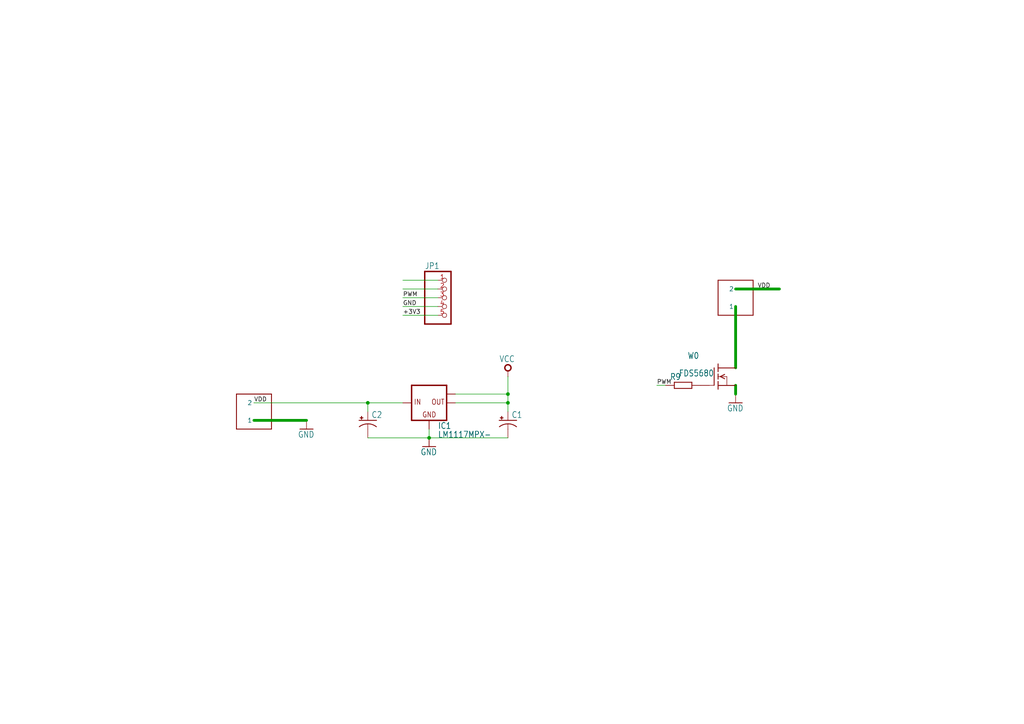
<source format=kicad_sch>
(kicad_sch (version 20231120) (generator "eeschema") (generator_version "8.0")
  (paper "A4")
  (lib_symbols
    (symbol "TRADFRIICC-1dimmer-eagle-import:CPOL-USC/6032-28R"
      (property "Reference" "C" (at 1.016 0.635 0))
      (symbol "CPOL-USC/6032-28R_1_0"
        (rectangle (start -2.253 0.668) (end -1.364 0.795) (fill (type outline)))
        (rectangle (start -1.872 0.287) (end -1.745 1.176) (fill (type outline)))
        (arc (start 0 -1.0161) (mid -1.3021 -1.2303) (end -2.4669 -1.8504) (stroke (width 0.254)))
        (polyline (pts (xy -2.54 0) (xy 2.54 0)) (stroke (width 0.254)))
        (polyline (pts (xy 0 -1.016) (xy 0 -2.54)) (stroke (width 0.1524)))
        (arc (start 2.4892 -1.8541) (mid 1.3158 -1.2194) (end 0 -1) (stroke (width 0.254)))
        (pin passive line (at 0 2.54 270) (length 2.54) (name "+") (number "+"))
        (pin passive line (at 0 -5.08 90) (length 2.54) (name "-") (number "-"))
      )
    )
    (symbol "TRADFRIICC-1dimmer-eagle-import:CPOL-USCT3528"
      (property "Reference" "C" (at 1.016 0.635 0))
      (symbol "CPOL-USCT3528_1_0"
        (rectangle (start -2.253 0.668) (end -1.364 0.795) (fill (type outline)))
        (rectangle (start -1.872 0.287) (end -1.745 1.176) (fill (type outline)))
        (arc (start 0 -1.0161) (mid -1.3021 -1.2303) (end -2.4669 -1.8504) (stroke (width 0.254)))
        (polyline (pts (xy -2.54 0) (xy 2.54 0)) (stroke (width 0.254)))
        (polyline (pts (xy 0 -1.016) (xy 0 -2.54)) (stroke (width 0.1524)))
        (arc (start 2.4892 -1.8541) (mid 1.3158 -1.2194) (end 0 -1) (stroke (width 0.254)))
        (pin passive line (at 0 2.54 270) (length 2.54) (name "+") (number "+"))
        (pin passive line (at 0 -5.08 90) (length 2.54) (name "-") (number "-"))
      )
    )
    (symbol "TRADFRIICC-1dimmer-eagle-import:FDS5680"
      (property "Reference" "Q" (at -11.43 2.54 0))
      (symbol "FDS5680_1_0"
        (polyline (pts (xy -2.54 -2.54) (xy -1.2192 -2.54)) (stroke (width 0.1524)))
        (polyline (pts (xy -1.143 2.54) (xy -1.143 -2.54)) (stroke (width 0.254)))
        (polyline (pts (xy 0 -1.397) (xy 0 -3.683)) (stroke (width 0.254)))
        (polyline (pts (xy 0 0) (xy 0 -0.762)) (stroke (width 0.254)))
        (polyline (pts (xy 0 0) (xy 0.635 0)) (stroke (width 0.1524)))
        (polyline (pts (xy 0 0.762) (xy 0 0)) (stroke (width 0.254)))
        (polyline (pts (xy 0 3.683) (xy 0 1.397)) (stroke (width 0.254)))
        (polyline (pts (xy 0.635 0) (xy 2.54 0)) (stroke (width 0.1524)))
        (polyline (pts (xy 1.905 -0.635) (xy 0.635 0)) (stroke (width 0.254)))
        (polyline (pts (xy 1.905 0.635) (xy 0.635 0)) (stroke (width 0.254)))
        (polyline (pts (xy 2.54 0) (xy 2.54 -2.54)) (stroke (width 0.1524)))
        (pin passive line (at 5.08 -2.54 180) (length 5.08) (name "S") (number "1"))
        (pin passive line (at 5.08 -2.54 180) (length 5.08) (name "S") (number "2"))
        (pin passive line (at 5.08 -2.54 180) (length 5.08) (name "S") (number "3"))
        (pin passive line (at -5.08 -2.54 0) (length 2.54) (name "G") (number "4"))
        (pin passive line (at 5.08 2.54 180) (length 5.08) (name "D") (number "5"))
        (pin passive line (at 5.08 2.54 180) (length 5.08) (name "D") (number "6"))
        (pin passive line (at 5.08 2.54 180) (length 5.08) (name "D") (number "7"))
        (pin passive line (at 5.08 2.54 180) (length 5.08) (name "D") (number "8"))
      )
    )
    (symbol "TRADFRIICC-1dimmer-eagle-import:GND" (power)
      (symbol "GND_1_0"
        (polyline (pts (xy -1.905 0) (xy 1.905 0)) (stroke (width 0.254)))
        (pin power_in line (at 0 2.54 270) (length 2.54) (name "GND") (number "1"))
      )
    )
    (symbol "TRADFRIICC-1dimmer-eagle-import:KF350-P2"
      (symbol "KF350-P2_1_0"
        (polyline (pts (xy -5.08 -5.08) (xy -5.08 5.08)) (stroke (width 0.254)))
        (polyline (pts (xy -5.08 5.08) (xy 5.08 5.08)) (stroke (width 0.254)))
        (polyline (pts (xy 5.08 -5.08) (xy -5.08 -5.08)) (stroke (width 0.254)))
        (polyline (pts (xy 5.08 5.08) (xy 5.08 -5.08)) (stroke (width 0.254)))
        (pin bidirectional line (at -2.54 0 90) (length 0) (name "1") (number "1"))
        (pin bidirectional line (at 2.54 0 90) (length 0) (name "2") (number "2"))
      )
    )
    (symbol "TRADFRIICC-1dimmer-eagle-import:LM1117MPX-"
      (property "Reference" "IC" (at 2.54 -7.62 0))
      (symbol "LM1117MPX-_1_0"
        (polyline (pts (xy -5.08 -5.08) (xy 5.08 -5.08)) (stroke (width 0.4064)))
        (polyline (pts (xy -5.08 5.08) (xy -5.08 -5.08)) (stroke (width 0.4064)))
        (polyline (pts (xy 5.08 -5.08) (xy 5.08 5.08)) (stroke (width 0.4064)))
        (polyline (pts (xy 5.08 5.08) (xy -5.08 5.08)) (stroke (width 0.4064)))
        (text "GND" (at -2.032 -4.318 0) (effects (font (size 1.524 1.2954)) (justify left bottom)))
        (text "IN" (at -4.445 -0.635 0) (effects (font (size 1.524 1.2954)) (justify left bottom)))
        (text "OUT" (at 0.635 -0.635 0) (effects (font (size 1.524 1.2954)) (justify left bottom)))
        (pin input line (at 0 -7.62 90) (length 2.54) (name "GND") (number "1"))
        (pin passive line (at 7.62 0 180) (length 2.54) (name "OUT") (number "2"))
        (pin input line (at -7.62 0 0) (length 2.54) (name "IN") (number "3"))
        (pin passive line (at 7.62 2.54 180) (length 2.54) (name "OUT1") (number "TAB"))
      )
    )
    (symbol "TRADFRIICC-1dimmer-eagle-import:PINHD-1X55X2MM"
      (property "Reference" "JP" (at -6.35 8.255 0))
      (symbol "PINHD-1X55X2MM_1_0"
        (polyline (pts (xy -6.35 -7.62) (xy 1.27 -7.62)) (stroke (width 0.4064)))
        (polyline (pts (xy -6.35 7.62) (xy -6.35 -7.62)) (stroke (width 0.4064)))
        (polyline (pts (xy 1.27 -7.62) (xy 1.27 7.62)) (stroke (width 0.4064)))
        (polyline (pts (xy 1.27 7.62) (xy -6.35 7.62)) (stroke (width 0.4064)))
        (pin passive inverted (at -2.54 5.08 0) (length 2.54) (name "1") (number "1"))
        (pin passive inverted (at -2.54 2.54 0) (length 2.54) (name "2") (number "2"))
        (pin passive inverted (at -2.54 0 0) (length 2.54) (name "3") (number "3"))
        (pin passive inverted (at -2.54 -2.54 0) (length 2.54) (name "4") (number "4"))
        (pin passive inverted (at -2.54 -5.08 0) (length 2.54) (name "5") (number "5"))
      )
    )
    (symbol "TRADFRIICC-1dimmer-eagle-import:R-EU_R0603"
      (property "Reference" "R" (at -3.81 1.4986 0))
      (symbol "R-EU_R0603_1_0"
        (polyline (pts (xy -2.54 -0.889) (xy -2.54 0.889)) (stroke (width 0.254)))
        (polyline (pts (xy -2.54 -0.889) (xy 2.54 -0.889)) (stroke (width 0.254)))
        (polyline (pts (xy 2.54 -0.889) (xy 2.54 0.889)) (stroke (width 0.254)))
        (polyline (pts (xy 2.54 0.889) (xy -2.54 0.889)) (stroke (width 0.254)))
        (pin passive line (at -5.08 0 0) (length 2.54) (name "1") (number "1"))
        (pin passive line (at 5.08 0 180) (length 2.54) (name "2") (number "2"))
      )
    )
    (symbol "TRADFRIICC-1dimmer-eagle-import:VCC" (power)
      (symbol "VCC_1_0"
        (polyline (pts (xy 0 -2.54) (xy 0 -0.9525)) (stroke (width 0.1524)))
        (circle (center 0 -0.0001) (radius 0.8979) (stroke (width 0.4064)))
        (pin power_in line (at 0 -2.54 90) (length 0) (name "VCC") (number "1"))
      )
    )
  )
  (junction (at 147.32 116.84))
  (junction (at 106.68 116.84))
  (junction (at 124.46 127))
  (junction (at 147.32 114.3))
  (wire (pts (xy 73.66 116.84) (xy 106.68 116.84)) (stroke (width 0.1524)))
  (wire (pts (xy 124.46 127) (xy 147.32 127)) (stroke (width 0.1524)))
  (wire (pts (xy 213.36 106.68) (xy 213.36 88.9)) (stroke (width 0.8128)))
  (wire (pts (xy 147.32 116.84) (xy 147.32 119.38)) (stroke (width 0.1524)))
  (wire (pts (xy 147.32 114.3) (xy 147.32 109.22)) (stroke (width 0.1524)))
  (wire (pts (xy 226.06 83.82) (xy 213.36 83.82)) (stroke (width 0.8128)))
  (wire (pts (xy 190.5 111.76) (xy 193.04 111.76)) (stroke (width 0.1524)))
  (wire (pts (xy 213.36 114.3) (xy 213.36 111.76)) (stroke (width 0.8128)))
  (wire (pts (xy 132.08 114.3) (xy 147.32 114.3)) (stroke (width 0.1524)))
  (wire (pts (xy 127 88.9) (xy 116.84 88.9)) (stroke (width 0.1524)))
  (wire (pts (xy 127 91.44) (xy 116.84 91.44)) (stroke (width 0.1524)))
  (wire (pts (xy 127 86.36) (xy 116.84 86.36)) (stroke (width 0.1524)))
  (wire (pts (xy 147.32 116.84) (xy 147.32 114.3)) (stroke (width 0.1524)))
  (wire (pts (xy 106.68 127) (xy 124.46 127)) (stroke (width 0.1524)))
  (wire (pts (xy 106.68 116.84) (xy 116.84 116.84)) (stroke (width 0.1524)))
  (wire (pts (xy 124.46 124.46) (xy 124.46 127)) (stroke (width 0.1524)))
  (wire (pts (xy 127 83.82) (xy 116.84 83.82)) (stroke (width 0.1524)))
  (wire (pts (xy 127 81.28) (xy 116.84 81.28)) (stroke (width 0.1524)))
  (wire (pts (xy 132.08 116.84) (xy 147.32 116.84)) (stroke (width 0.1524)))
  (wire (pts (xy 106.68 119.38) (xy 106.68 116.84)) (stroke (width 0.1524)))
  (wire (pts (xy 88.9 121.92) (xy 73.66 121.92)) (stroke (width 0.8128)))
  (label "PWM" (at 190.5 111.76 0) (effects (font (size 1.2446 1.2446))))
  (label "PWM" (at 116.84 86.36 0) (effects (font (size 1.2446 1.2446))))
  (label "VDD" (at 73.66 116.84 0) (effects (font (size 1.2446 1.2446))))
  (label "VDD" (at 219.71 83.82 0) (effects (font (size 1.2446 1.2446))))
  (label "GND" (at 116.84 88.9 0) (effects (font (size 1.2446 1.2446))))
  (label "+3V3" (at 116.84 91.44 0) (effects (font (size 1.2446 1.2446))))
  (symbol (lib_id "TRADFRIICC-1dimmer-eagle-import:FDS5680") (at 208.28 109.22 0) (unit 1)
    (property "Reference" "W0" (at 199.39 104.14 0) (effects (font (size 1.778 1.5113)) (justify left bottom)))
    (property "Value" "FDS5680" (at 196.85 109.22 0) (effects (font (size 1.778 1.5113)) (justify left bottom)))
    (property "Footprint" "TRADFRIICC-1dimmer:SO-8" (effects (hide yes)))
  )
  (symbol (lib_id "TRADFRIICC-1dimmer-eagle-import:KF350-P2") (at 73.66 119.38 90) (unit 1)
    (property "Reference" "PWR_IN0" (effects (hide yes)))
    (property "Value" "KF350-P2" (effects (hide yes)))
    (property "Footprint" "TRADFRIICC-1dimmer:KF350-2P" (effects (hide yes)))
  )
  (symbol (lib_id "TRADFRIICC-1dimmer-eagle-import:CPOL-USCT3528") (at 147.32 121.92 0) (unit 1)
    (property "Reference" "C1" (at 148.336 121.285 0) (effects (font (size 1.778 1.5113)) (justify left bottom)))
    (property "Value" "CPOL-USCT3528" (effects (hide yes)))
    (property "Footprint" "TRADFRIICC-1dimmer:CT3528" (effects (hide yes)))
  )
  (symbol (lib_id "TRADFRIICC-1dimmer-eagle-import:LM1117MPX-") (at 124.46 116.84 0) (unit 1)
    (property "Reference" "IC1" (at 127 124.46 0) (effects (font (size 1.778 1.5113)) (justify left bottom)))
    (property "Value" "LM1117MPX-" (at 127 127 0) (effects (font (size 1.778 1.5113)) (justify left bottom)))
    (property "Footprint" "TRADFRIICC-1dimmer:SOT223" (effects (hide yes)))
  )
  (symbol (lib_id "TRADFRIICC-1dimmer-eagle-import:GND") (at 213.36 116.84 0) (unit 1)
    (property "Reference" "#GND8" (effects (hide yes)))
    (property "Value" "GND" (at 210.82 119.38 0) (effects (font (size 1.778 1.5113)) (justify left bottom)))
  )
  (symbol (lib_id "TRADFRIICC-1dimmer-eagle-import:GND") (at 88.9 124.46 0) (unit 1)
    (property "Reference" "#GND2" (effects (hide yes)))
    (property "Value" "GND" (at 86.36 127 0) (effects (font (size 1.778 1.5113)) (justify left bottom)))
  )
  (symbol (lib_id "TRADFRIICC-1dimmer-eagle-import:GND") (at 124.46 129.54 0) (unit 1)
    (property "Reference" "#GND15" (effects (hide yes)))
    (property "Value" "GND" (at 121.92 132.08 0) (effects (font (size 1.778 1.5113)) (justify left bottom)))
  )
  (symbol (lib_id "TRADFRIICC-1dimmer-eagle-import:PINHD-1X55X2MM") (at 129.54 86.36 0) (unit 1)
    (property "Reference" "JP1" (at 123.19 78.105 0) (effects (font (size 1.778 1.5113)) (justify left bottom)))
    (property "Value" "PINHD-1X55X2MM" (effects (hide yes)))
    (property "Footprint" "TRADFRIICC-1dimmer:1_05X2MM" (effects (hide yes)))
  )
  (symbol (lib_id "TRADFRIICC-1dimmer-eagle-import:R-EU_R0603") (at 198.12 111.76 0) (unit 1)
    (property "Reference" "R9" (at 194.31 110.2614 0) (effects (font (size 1.778 1.5113)) (justify left bottom)))
    (property "Value" "R-EU_R0603" (effects (hide yes)))
    (property "Footprint" "TRADFRIICC-1dimmer:R0603" (effects (hide yes)))
  )
  (symbol (lib_id "TRADFRIICC-1dimmer-eagle-import:CPOL-USC/6032-28R") (at 106.68 121.92 0) (unit 1)
    (property "Reference" "C2" (at 107.696 121.285 0) (effects (font (size 1.778 1.5113)) (justify left bottom)))
    (property "Value" "CPOL-USC/6032-28R" (effects (hide yes)))
    (property "Footprint" "TRADFRIICC-1dimmer:C_6032-28R" (effects (hide yes)))
  )
  (symbol (lib_id "TRADFRIICC-1dimmer-eagle-import:KF350-P2") (at 213.36 86.36 90) (unit 1)
    (property "Reference" "PWR_IN1" (effects (hide yes)))
    (property "Value" "KF350-P2" (effects (hide yes)))
    (property "Footprint" "TRADFRIICC-1dimmer:KF350-2P" (effects (hide yes)))
  )
  (symbol (lib_id "TRADFRIICC-1dimmer-eagle-import:VCC") (at 147.32 106.68 0) (unit 1)
    (property "Reference" "#V2" (effects (hide yes)))
    (property "Value" "VCC" (at 144.78 105.0925 0) (effects (font (size 1.778 1.5113)) (justify left bottom)))
  )
)
</source>
